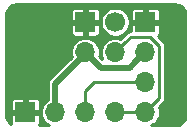
<source format=gbr>
G04 #@! TF.GenerationSoftware,KiCad,Pcbnew,(5.1.2)-2*
G04 #@! TF.CreationDate,2020-12-29T16:45:58+00:00*
G04 #@! TF.ProjectId,LEDC68 and 0.9 Inch OLED Adapter,4c454443-3638-4206-916e-6420302e3920,rev?*
G04 #@! TF.SameCoordinates,Original*
G04 #@! TF.FileFunction,Copper,L1,Top*
G04 #@! TF.FilePolarity,Positive*
%FSLAX46Y46*%
G04 Gerber Fmt 4.6, Leading zero omitted, Abs format (unit mm)*
G04 Created by KiCad (PCBNEW (5.1.2)-2) date 2020-12-29 16:45:58*
%MOMM*%
%LPD*%
G04 APERTURE LIST*
%ADD10O,1.700000X1.700000*%
%ADD11R,1.700000X1.700000*%
%ADD12C,1.700000*%
%ADD13C,0.250000*%
%ADD14C,0.500000*%
%ADD15C,0.254000*%
G04 APERTURE END LIST*
D10*
X83820000Y-33020000D03*
X86360000Y-33020000D03*
D11*
X83820000Y-30480000D03*
D12*
X86360000Y-30480000D03*
D10*
X88900000Y-38100000D03*
X88900000Y-35560000D03*
X88900000Y-33020000D03*
D11*
X88900000Y-30480000D03*
D10*
X86360000Y-38100000D03*
X83820000Y-38100000D03*
X81280000Y-38100000D03*
D11*
X78740000Y-38100000D03*
D13*
X83820000Y-36322000D02*
X83820000Y-38100000D01*
X88900000Y-35560000D02*
X84582000Y-35560000D01*
X84582000Y-35560000D02*
X83820000Y-36322000D01*
X87697919Y-38100000D02*
X86360000Y-38100000D01*
X88900000Y-38100000D02*
X87697919Y-38100000D01*
X87209999Y-32170001D02*
X86360000Y-33020000D01*
X87680800Y-31699200D02*
X87209999Y-32170001D01*
X89318202Y-31699200D02*
X87680800Y-31699200D01*
X90075001Y-32455999D02*
X89318202Y-31699200D01*
X88900000Y-38100000D02*
X90075001Y-36924999D01*
X90075001Y-36924999D02*
X90075001Y-32455999D01*
D14*
X81280000Y-35687000D02*
X81280000Y-38100000D01*
X83947000Y-33020000D02*
X81280000Y-35687000D01*
X88050001Y-33869999D02*
X88900000Y-33020000D01*
X83820000Y-33020000D02*
X85120001Y-34320001D01*
X85120001Y-34320001D02*
X87599999Y-34320001D01*
X87599999Y-34320001D02*
X88050001Y-33869999D01*
D15*
G36*
X91607441Y-28999364D02*
G01*
X91768501Y-29047992D01*
X91917054Y-29126979D01*
X92047430Y-29233310D01*
X92154674Y-29362946D01*
X92234695Y-29510942D01*
X92284446Y-29671661D01*
X92304001Y-29857716D01*
X92304000Y-38334146D01*
X92285636Y-38521441D01*
X92237008Y-38682503D01*
X92158023Y-38831051D01*
X92051689Y-38961430D01*
X91922054Y-39068674D01*
X91774058Y-39148695D01*
X91613339Y-39198446D01*
X91427293Y-39218000D01*
X89419757Y-39218000D01*
X89587216Y-39128491D01*
X89774660Y-38974660D01*
X89928491Y-38787216D01*
X90042798Y-38573363D01*
X90113188Y-38341318D01*
X90136956Y-38100000D01*
X90113188Y-37858682D01*
X90053541Y-37662051D01*
X90415221Y-37300371D01*
X90434528Y-37284526D01*
X90497760Y-37207478D01*
X90544746Y-37119574D01*
X90573679Y-37024192D01*
X90581001Y-36949853D01*
X90581001Y-36949846D01*
X90583448Y-36925000D01*
X90581001Y-36900154D01*
X90581001Y-32480844D01*
X90583448Y-32455998D01*
X90581001Y-32431152D01*
X90581001Y-32431145D01*
X90573679Y-32356806D01*
X90544746Y-32261424D01*
X90497760Y-32173520D01*
X90434528Y-32096472D01*
X90415221Y-32080627D01*
X89973801Y-31639208D01*
X90020711Y-31600711D01*
X90068322Y-31542696D01*
X90103701Y-31476508D01*
X90125487Y-31404689D01*
X90132843Y-31330000D01*
X90131000Y-30702250D01*
X90035750Y-30607000D01*
X89027000Y-30607000D01*
X89027000Y-30627000D01*
X88773000Y-30627000D01*
X88773000Y-30607000D01*
X87764250Y-30607000D01*
X87669000Y-30702250D01*
X87667562Y-31192057D01*
X87655953Y-31193200D01*
X87655946Y-31193200D01*
X87591494Y-31199548D01*
X87581606Y-31200522D01*
X87486225Y-31229455D01*
X87398321Y-31276441D01*
X87321273Y-31339673D01*
X87305428Y-31358980D01*
X86869782Y-31794627D01*
X86869777Y-31794631D01*
X86797949Y-31866459D01*
X86601318Y-31806812D01*
X86420472Y-31789000D01*
X86299528Y-31789000D01*
X86118682Y-31806812D01*
X85886637Y-31877202D01*
X85672784Y-31991509D01*
X85485340Y-32145340D01*
X85331509Y-32332784D01*
X85217202Y-32546637D01*
X85146812Y-32778682D01*
X85123044Y-33020000D01*
X85146812Y-33261318D01*
X85217202Y-33493363D01*
X85253339Y-33560970D01*
X85014685Y-33322316D01*
X85033188Y-33261318D01*
X85056956Y-33020000D01*
X85033188Y-32778682D01*
X84962798Y-32546637D01*
X84848491Y-32332784D01*
X84694660Y-32145340D01*
X84507216Y-31991509D01*
X84293363Y-31877202D01*
X84061318Y-31806812D01*
X83880472Y-31789000D01*
X83759528Y-31789000D01*
X83578682Y-31806812D01*
X83346637Y-31877202D01*
X83132784Y-31991509D01*
X82945340Y-32145340D01*
X82791509Y-32332784D01*
X82677202Y-32546637D01*
X82606812Y-32778682D01*
X82583044Y-33020000D01*
X82606812Y-33261318D01*
X82654874Y-33419757D01*
X80855737Y-35218895D01*
X80831657Y-35238657D01*
X80752804Y-35334740D01*
X80694211Y-35444359D01*
X80658130Y-35563303D01*
X80649000Y-35656003D01*
X80649000Y-35656010D01*
X80645948Y-35687000D01*
X80649000Y-35717991D01*
X80649001Y-37041461D01*
X80592784Y-37071509D01*
X80405340Y-37225340D01*
X80251509Y-37412784D01*
X80137202Y-37626637D01*
X80066812Y-37858682D01*
X80043044Y-38100000D01*
X80066812Y-38341318D01*
X80137202Y-38573363D01*
X80251509Y-38787216D01*
X80405340Y-38974660D01*
X80592784Y-39128491D01*
X80760243Y-39218000D01*
X79862936Y-39218000D01*
X79908322Y-39162696D01*
X79943701Y-39096508D01*
X79965487Y-39024689D01*
X79972843Y-38950000D01*
X79971000Y-38322250D01*
X79875750Y-38227000D01*
X78867000Y-38227000D01*
X78867000Y-38247000D01*
X78613000Y-38247000D01*
X78613000Y-38227000D01*
X77604250Y-38227000D01*
X77509000Y-38322250D01*
X77507157Y-38950000D01*
X77514513Y-39024689D01*
X77534241Y-39089725D01*
X77500949Y-39072023D01*
X77370570Y-38965689D01*
X77263326Y-38836054D01*
X77183305Y-38688058D01*
X77133554Y-38527339D01*
X77114000Y-38341293D01*
X77114000Y-37250000D01*
X77507157Y-37250000D01*
X77509000Y-37877750D01*
X77604250Y-37973000D01*
X78613000Y-37973000D01*
X78613000Y-36964250D01*
X78867000Y-36964250D01*
X78867000Y-37973000D01*
X79875750Y-37973000D01*
X79971000Y-37877750D01*
X79972843Y-37250000D01*
X79965487Y-37175311D01*
X79943701Y-37103492D01*
X79908322Y-37037304D01*
X79860711Y-36979289D01*
X79802696Y-36931678D01*
X79736508Y-36896299D01*
X79664689Y-36874513D01*
X79590000Y-36867157D01*
X78962250Y-36869000D01*
X78867000Y-36964250D01*
X78613000Y-36964250D01*
X78517750Y-36869000D01*
X77890000Y-36867157D01*
X77815311Y-36874513D01*
X77743492Y-36896299D01*
X77677304Y-36931678D01*
X77619289Y-36979289D01*
X77571678Y-37037304D01*
X77536299Y-37103492D01*
X77514513Y-37175311D01*
X77507157Y-37250000D01*
X77114000Y-37250000D01*
X77114000Y-31330000D01*
X82587157Y-31330000D01*
X82594513Y-31404689D01*
X82616299Y-31476508D01*
X82651678Y-31542696D01*
X82699289Y-31600711D01*
X82757304Y-31648322D01*
X82823492Y-31683701D01*
X82895311Y-31705487D01*
X82970000Y-31712843D01*
X83597750Y-31711000D01*
X83693000Y-31615750D01*
X83693000Y-30607000D01*
X83947000Y-30607000D01*
X83947000Y-31615750D01*
X84042250Y-31711000D01*
X84670000Y-31712843D01*
X84744689Y-31705487D01*
X84816508Y-31683701D01*
X84882696Y-31648322D01*
X84940711Y-31600711D01*
X84988322Y-31542696D01*
X85023701Y-31476508D01*
X85045487Y-31404689D01*
X85052843Y-31330000D01*
X85051000Y-30702250D01*
X84955750Y-30607000D01*
X83947000Y-30607000D01*
X83693000Y-30607000D01*
X82684250Y-30607000D01*
X82589000Y-30702250D01*
X82587157Y-31330000D01*
X77114000Y-31330000D01*
X77114000Y-30358757D01*
X85129000Y-30358757D01*
X85129000Y-30601243D01*
X85176307Y-30839069D01*
X85269102Y-31063097D01*
X85403820Y-31264717D01*
X85575283Y-31436180D01*
X85776903Y-31570898D01*
X86000931Y-31663693D01*
X86238757Y-31711000D01*
X86481243Y-31711000D01*
X86719069Y-31663693D01*
X86943097Y-31570898D01*
X87144717Y-31436180D01*
X87316180Y-31264717D01*
X87450898Y-31063097D01*
X87543693Y-30839069D01*
X87591000Y-30601243D01*
X87591000Y-30358757D01*
X87543693Y-30120931D01*
X87450898Y-29896903D01*
X87316180Y-29695283D01*
X87250897Y-29630000D01*
X87667157Y-29630000D01*
X87669000Y-30257750D01*
X87764250Y-30353000D01*
X88773000Y-30353000D01*
X88773000Y-29344250D01*
X89027000Y-29344250D01*
X89027000Y-30353000D01*
X90035750Y-30353000D01*
X90131000Y-30257750D01*
X90132843Y-29630000D01*
X90125487Y-29555311D01*
X90103701Y-29483492D01*
X90068322Y-29417304D01*
X90020711Y-29359289D01*
X89962696Y-29311678D01*
X89896508Y-29276299D01*
X89824689Y-29254513D01*
X89750000Y-29247157D01*
X89122250Y-29249000D01*
X89027000Y-29344250D01*
X88773000Y-29344250D01*
X88677750Y-29249000D01*
X88050000Y-29247157D01*
X87975311Y-29254513D01*
X87903492Y-29276299D01*
X87837304Y-29311678D01*
X87779289Y-29359289D01*
X87731678Y-29417304D01*
X87696299Y-29483492D01*
X87674513Y-29555311D01*
X87667157Y-29630000D01*
X87250897Y-29630000D01*
X87144717Y-29523820D01*
X86943097Y-29389102D01*
X86719069Y-29296307D01*
X86481243Y-29249000D01*
X86238757Y-29249000D01*
X86000931Y-29296307D01*
X85776903Y-29389102D01*
X85575283Y-29523820D01*
X85403820Y-29695283D01*
X85269102Y-29896903D01*
X85176307Y-30120931D01*
X85129000Y-30358757D01*
X77114000Y-30358757D01*
X77114000Y-29864854D01*
X77132364Y-29677559D01*
X77146723Y-29630000D01*
X82587157Y-29630000D01*
X82589000Y-30257750D01*
X82684250Y-30353000D01*
X83693000Y-30353000D01*
X83693000Y-29344250D01*
X83947000Y-29344250D01*
X83947000Y-30353000D01*
X84955750Y-30353000D01*
X85051000Y-30257750D01*
X85052843Y-29630000D01*
X85045487Y-29555311D01*
X85023701Y-29483492D01*
X84988322Y-29417304D01*
X84940711Y-29359289D01*
X84882696Y-29311678D01*
X84816508Y-29276299D01*
X84744689Y-29254513D01*
X84670000Y-29247157D01*
X84042250Y-29249000D01*
X83947000Y-29344250D01*
X83693000Y-29344250D01*
X83597750Y-29249000D01*
X82970000Y-29247157D01*
X82895311Y-29254513D01*
X82823492Y-29276299D01*
X82757304Y-29311678D01*
X82699289Y-29359289D01*
X82651678Y-29417304D01*
X82616299Y-29483492D01*
X82594513Y-29555311D01*
X82587157Y-29630000D01*
X77146723Y-29630000D01*
X77180992Y-29516499D01*
X77259979Y-29367946D01*
X77366310Y-29237570D01*
X77495946Y-29130326D01*
X77643942Y-29050305D01*
X77804661Y-29000554D01*
X77990707Y-28981000D01*
X91420146Y-28981000D01*
X91607441Y-28999364D01*
X91607441Y-28999364D01*
G37*
X91607441Y-28999364D02*
X91768501Y-29047992D01*
X91917054Y-29126979D01*
X92047430Y-29233310D01*
X92154674Y-29362946D01*
X92234695Y-29510942D01*
X92284446Y-29671661D01*
X92304001Y-29857716D01*
X92304000Y-38334146D01*
X92285636Y-38521441D01*
X92237008Y-38682503D01*
X92158023Y-38831051D01*
X92051689Y-38961430D01*
X91922054Y-39068674D01*
X91774058Y-39148695D01*
X91613339Y-39198446D01*
X91427293Y-39218000D01*
X89419757Y-39218000D01*
X89587216Y-39128491D01*
X89774660Y-38974660D01*
X89928491Y-38787216D01*
X90042798Y-38573363D01*
X90113188Y-38341318D01*
X90136956Y-38100000D01*
X90113188Y-37858682D01*
X90053541Y-37662051D01*
X90415221Y-37300371D01*
X90434528Y-37284526D01*
X90497760Y-37207478D01*
X90544746Y-37119574D01*
X90573679Y-37024192D01*
X90581001Y-36949853D01*
X90581001Y-36949846D01*
X90583448Y-36925000D01*
X90581001Y-36900154D01*
X90581001Y-32480844D01*
X90583448Y-32455998D01*
X90581001Y-32431152D01*
X90581001Y-32431145D01*
X90573679Y-32356806D01*
X90544746Y-32261424D01*
X90497760Y-32173520D01*
X90434528Y-32096472D01*
X90415221Y-32080627D01*
X89973801Y-31639208D01*
X90020711Y-31600711D01*
X90068322Y-31542696D01*
X90103701Y-31476508D01*
X90125487Y-31404689D01*
X90132843Y-31330000D01*
X90131000Y-30702250D01*
X90035750Y-30607000D01*
X89027000Y-30607000D01*
X89027000Y-30627000D01*
X88773000Y-30627000D01*
X88773000Y-30607000D01*
X87764250Y-30607000D01*
X87669000Y-30702250D01*
X87667562Y-31192057D01*
X87655953Y-31193200D01*
X87655946Y-31193200D01*
X87591494Y-31199548D01*
X87581606Y-31200522D01*
X87486225Y-31229455D01*
X87398321Y-31276441D01*
X87321273Y-31339673D01*
X87305428Y-31358980D01*
X86869782Y-31794627D01*
X86869777Y-31794631D01*
X86797949Y-31866459D01*
X86601318Y-31806812D01*
X86420472Y-31789000D01*
X86299528Y-31789000D01*
X86118682Y-31806812D01*
X85886637Y-31877202D01*
X85672784Y-31991509D01*
X85485340Y-32145340D01*
X85331509Y-32332784D01*
X85217202Y-32546637D01*
X85146812Y-32778682D01*
X85123044Y-33020000D01*
X85146812Y-33261318D01*
X85217202Y-33493363D01*
X85253339Y-33560970D01*
X85014685Y-33322316D01*
X85033188Y-33261318D01*
X85056956Y-33020000D01*
X85033188Y-32778682D01*
X84962798Y-32546637D01*
X84848491Y-32332784D01*
X84694660Y-32145340D01*
X84507216Y-31991509D01*
X84293363Y-31877202D01*
X84061318Y-31806812D01*
X83880472Y-31789000D01*
X83759528Y-31789000D01*
X83578682Y-31806812D01*
X83346637Y-31877202D01*
X83132784Y-31991509D01*
X82945340Y-32145340D01*
X82791509Y-32332784D01*
X82677202Y-32546637D01*
X82606812Y-32778682D01*
X82583044Y-33020000D01*
X82606812Y-33261318D01*
X82654874Y-33419757D01*
X80855737Y-35218895D01*
X80831657Y-35238657D01*
X80752804Y-35334740D01*
X80694211Y-35444359D01*
X80658130Y-35563303D01*
X80649000Y-35656003D01*
X80649000Y-35656010D01*
X80645948Y-35687000D01*
X80649000Y-35717991D01*
X80649001Y-37041461D01*
X80592784Y-37071509D01*
X80405340Y-37225340D01*
X80251509Y-37412784D01*
X80137202Y-37626637D01*
X80066812Y-37858682D01*
X80043044Y-38100000D01*
X80066812Y-38341318D01*
X80137202Y-38573363D01*
X80251509Y-38787216D01*
X80405340Y-38974660D01*
X80592784Y-39128491D01*
X80760243Y-39218000D01*
X79862936Y-39218000D01*
X79908322Y-39162696D01*
X79943701Y-39096508D01*
X79965487Y-39024689D01*
X79972843Y-38950000D01*
X79971000Y-38322250D01*
X79875750Y-38227000D01*
X78867000Y-38227000D01*
X78867000Y-38247000D01*
X78613000Y-38247000D01*
X78613000Y-38227000D01*
X77604250Y-38227000D01*
X77509000Y-38322250D01*
X77507157Y-38950000D01*
X77514513Y-39024689D01*
X77534241Y-39089725D01*
X77500949Y-39072023D01*
X77370570Y-38965689D01*
X77263326Y-38836054D01*
X77183305Y-38688058D01*
X77133554Y-38527339D01*
X77114000Y-38341293D01*
X77114000Y-37250000D01*
X77507157Y-37250000D01*
X77509000Y-37877750D01*
X77604250Y-37973000D01*
X78613000Y-37973000D01*
X78613000Y-36964250D01*
X78867000Y-36964250D01*
X78867000Y-37973000D01*
X79875750Y-37973000D01*
X79971000Y-37877750D01*
X79972843Y-37250000D01*
X79965487Y-37175311D01*
X79943701Y-37103492D01*
X79908322Y-37037304D01*
X79860711Y-36979289D01*
X79802696Y-36931678D01*
X79736508Y-36896299D01*
X79664689Y-36874513D01*
X79590000Y-36867157D01*
X78962250Y-36869000D01*
X78867000Y-36964250D01*
X78613000Y-36964250D01*
X78517750Y-36869000D01*
X77890000Y-36867157D01*
X77815311Y-36874513D01*
X77743492Y-36896299D01*
X77677304Y-36931678D01*
X77619289Y-36979289D01*
X77571678Y-37037304D01*
X77536299Y-37103492D01*
X77514513Y-37175311D01*
X77507157Y-37250000D01*
X77114000Y-37250000D01*
X77114000Y-31330000D01*
X82587157Y-31330000D01*
X82594513Y-31404689D01*
X82616299Y-31476508D01*
X82651678Y-31542696D01*
X82699289Y-31600711D01*
X82757304Y-31648322D01*
X82823492Y-31683701D01*
X82895311Y-31705487D01*
X82970000Y-31712843D01*
X83597750Y-31711000D01*
X83693000Y-31615750D01*
X83693000Y-30607000D01*
X83947000Y-30607000D01*
X83947000Y-31615750D01*
X84042250Y-31711000D01*
X84670000Y-31712843D01*
X84744689Y-31705487D01*
X84816508Y-31683701D01*
X84882696Y-31648322D01*
X84940711Y-31600711D01*
X84988322Y-31542696D01*
X85023701Y-31476508D01*
X85045487Y-31404689D01*
X85052843Y-31330000D01*
X85051000Y-30702250D01*
X84955750Y-30607000D01*
X83947000Y-30607000D01*
X83693000Y-30607000D01*
X82684250Y-30607000D01*
X82589000Y-30702250D01*
X82587157Y-31330000D01*
X77114000Y-31330000D01*
X77114000Y-30358757D01*
X85129000Y-30358757D01*
X85129000Y-30601243D01*
X85176307Y-30839069D01*
X85269102Y-31063097D01*
X85403820Y-31264717D01*
X85575283Y-31436180D01*
X85776903Y-31570898D01*
X86000931Y-31663693D01*
X86238757Y-31711000D01*
X86481243Y-31711000D01*
X86719069Y-31663693D01*
X86943097Y-31570898D01*
X87144717Y-31436180D01*
X87316180Y-31264717D01*
X87450898Y-31063097D01*
X87543693Y-30839069D01*
X87591000Y-30601243D01*
X87591000Y-30358757D01*
X87543693Y-30120931D01*
X87450898Y-29896903D01*
X87316180Y-29695283D01*
X87250897Y-29630000D01*
X87667157Y-29630000D01*
X87669000Y-30257750D01*
X87764250Y-30353000D01*
X88773000Y-30353000D01*
X88773000Y-29344250D01*
X89027000Y-29344250D01*
X89027000Y-30353000D01*
X90035750Y-30353000D01*
X90131000Y-30257750D01*
X90132843Y-29630000D01*
X90125487Y-29555311D01*
X90103701Y-29483492D01*
X90068322Y-29417304D01*
X90020711Y-29359289D01*
X89962696Y-29311678D01*
X89896508Y-29276299D01*
X89824689Y-29254513D01*
X89750000Y-29247157D01*
X89122250Y-29249000D01*
X89027000Y-29344250D01*
X88773000Y-29344250D01*
X88677750Y-29249000D01*
X88050000Y-29247157D01*
X87975311Y-29254513D01*
X87903492Y-29276299D01*
X87837304Y-29311678D01*
X87779289Y-29359289D01*
X87731678Y-29417304D01*
X87696299Y-29483492D01*
X87674513Y-29555311D01*
X87667157Y-29630000D01*
X87250897Y-29630000D01*
X87144717Y-29523820D01*
X86943097Y-29389102D01*
X86719069Y-29296307D01*
X86481243Y-29249000D01*
X86238757Y-29249000D01*
X86000931Y-29296307D01*
X85776903Y-29389102D01*
X85575283Y-29523820D01*
X85403820Y-29695283D01*
X85269102Y-29896903D01*
X85176307Y-30120931D01*
X85129000Y-30358757D01*
X77114000Y-30358757D01*
X77114000Y-29864854D01*
X77132364Y-29677559D01*
X77146723Y-29630000D01*
X82587157Y-29630000D01*
X82589000Y-30257750D01*
X82684250Y-30353000D01*
X83693000Y-30353000D01*
X83693000Y-29344250D01*
X83947000Y-29344250D01*
X83947000Y-30353000D01*
X84955750Y-30353000D01*
X85051000Y-30257750D01*
X85052843Y-29630000D01*
X85045487Y-29555311D01*
X85023701Y-29483492D01*
X84988322Y-29417304D01*
X84940711Y-29359289D01*
X84882696Y-29311678D01*
X84816508Y-29276299D01*
X84744689Y-29254513D01*
X84670000Y-29247157D01*
X84042250Y-29249000D01*
X83947000Y-29344250D01*
X83693000Y-29344250D01*
X83597750Y-29249000D01*
X82970000Y-29247157D01*
X82895311Y-29254513D01*
X82823492Y-29276299D01*
X82757304Y-29311678D01*
X82699289Y-29359289D01*
X82651678Y-29417304D01*
X82616299Y-29483492D01*
X82594513Y-29555311D01*
X82587157Y-29630000D01*
X77146723Y-29630000D01*
X77180992Y-29516499D01*
X77259979Y-29367946D01*
X77366310Y-29237570D01*
X77495946Y-29130326D01*
X77643942Y-29050305D01*
X77804661Y-29000554D01*
X77990707Y-28981000D01*
X91420146Y-28981000D01*
X91607441Y-28999364D01*
M02*

</source>
